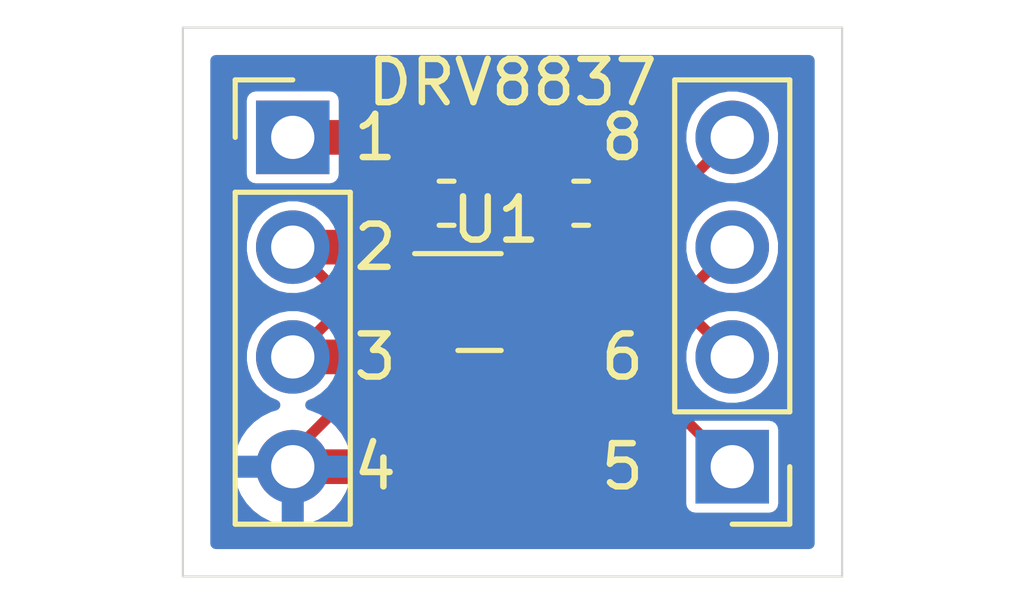
<source format=kicad_pcb>
(kicad_pcb (version 20190907) (host pcbnew "5.99.0-unknown-e6346c7~100~ubuntu18.04.1")

  (general
    (thickness 1.6)
    (drawings 12)
    (tracks 34)
    (modules 5)
    (nets 9)
  )

  (page "A4")
  (layers
    (0 "F.Cu" signal)
    (31 "B.Cu" signal hide)
    (32 "B.Adhes" user)
    (33 "F.Adhes" user)
    (34 "B.Paste" user)
    (35 "F.Paste" user)
    (36 "B.SilkS" user)
    (37 "F.SilkS" user)
    (38 "B.Mask" user)
    (39 "F.Mask" user)
    (40 "Dwgs.User" user)
    (41 "Cmts.User" user)
    (42 "Eco1.User" user)
    (43 "Eco2.User" user)
    (44 "Edge.Cuts" user)
    (45 "Margin" user)
    (46 "B.CrtYd" user)
    (47 "F.CrtYd" user)
    (48 "B.Fab" user)
    (49 "F.Fab" user)
  )

  (setup
    (stackup
      (layer "F.SilkS" (type "Top Silk Screen"))
      (layer "F.Paste" (type "Top Solder Paste"))
      (layer "F.Mask" (type "Top Solder Mask") (color "Green") (thickness 0.01))
      (layer "F.Cu" (type "copper") (thickness 0.035))
      (layer "dielectric 1" (type "core") (thickness 1.51) (material "FR4") (epsilon_r 4.5) (loss_tangent 0.02))
      (layer "B.Cu" (type "copper") (thickness 0.035))
      (layer "B.Mask" (type "Bottom Solder Mask") (color "Green") (thickness 0.01))
      (layer "B.Paste" (type "Bottom Solder Paste"))
      (layer "B.SilkS" (type "Bottom Silk Screen"))
      (copper_finish "None")
      (dielectric_constraints no)
    )
    (last_trace_width 0.25)
    (user_trace_width 0.8)
    (trace_clearance 0.2)
    (zone_clearance 0.21)
    (zone_45_only yes)
    (trace_min 0.2)
    (via_size 0.8)
    (via_drill 0.4)
    (via_min_size 0.4)
    (via_min_drill 0.3)
    (uvia_size 0.3)
    (uvia_drill 0.1)
    (uvias_allowed no)
    (uvia_min_size 0.2)
    (uvia_min_drill 0.1)
    (max_error 0.005)
    (defaults
      (edge_clearance 0.01)
      (edge_cuts_line_width 0.05)
      (courtyard_line_width 0.05)
      (copper_line_width 0.2)
      (copper_text_dims (size 1.5 1.5) (thickness 0.3))
      (silk_line_width 0.12)
      (silk_text_dims (size 1 1) (thickness 0.15))
      (other_layers_line_width 0.1)
      (other_layers_text_dims (size 1 1) (thickness 0.15))
    )
    (pad_size 1.524 1.524)
    (pad_drill 0.762)
    (pad_to_mask_clearance 0.051)
    (solder_mask_min_width 0.25)
    (aux_axis_origin 144.78 91.44)
    (visible_elements FFFDFF7F)
    (pcbplotparams
      (layerselection 0x010fc_ffffffff)
      (usegerberextensions false)
      (usegerberattributes false)
      (usegerberadvancedattributes false)
      (creategerberjobfile false)
      (excludeedgelayer true)
      (linewidth 0.100000)
      (plotframeref false)
      (viasonmask false)
      (mode 1)
      (useauxorigin false)
      (hpglpennumber 1)
      (hpglpenspeed 20)
      (hpglpendiameter 15.000000)
      (psnegative false)
      (psa4output false)
      (plotreference true)
      (plotvalue true)
      (plotinvisibletext false)
      (padsonsilk false)
      (subtractmaskfromsilk false)
      (outputformat 1)
      (mirror false)
      (drillshape 1)
      (scaleselection 1)
      (outputdirectory "")
    )
  )

  (net 0 "")
  (net 1 "GND")
  (net 2 "/VCC")
  (net 3 "/VM")
  (net 4 "/{slash}SLEEP")
  (net 5 "/IN1")
  (net 6 "/IN2")
  (net 7 "/OUT2")
  (net 8 "/OUT1")

  (net_class "Default" "This is the default net class."
    (clearance 0.2)
    (trace_width 0.25)
    (via_dia 0.8)
    (via_drill 0.4)
    (uvia_dia 0.3)
    (uvia_drill 0.1)
    (add_net "/IN1")
    (add_net "/IN2")
    (add_net "/OUT1")
    (add_net "/OUT2")
    (add_net "/VCC")
    (add_net "/VM")
    (add_net "/{slash}SLEEP")
    (add_net "GND")
  )

  (module "drv8837_breakout:WSON-8-1EP_2x2mm_P0.5mm_HAND1" (layer "F.Cu") (tedit 5E3AFA34) (tstamp 5E3CED09)
    (at 149.098 95.25)
    (descr "8-Lead Plastic WSON, 2x2mm Body, 0.5mm Pitch, WSON-8, http://www.ti.com/lit/ds/symlink/lm27761.pdf")
    (tags "WSON 8 1EP")
    (path "/5E3C9579")
    (attr smd)
    (fp_text reference "U1" (at 0.38 -1.9) (layer "F.SilkS")
      (effects (font (size 1 1) (thickness 0.15)))
    )
    (fp_text value "DRV8837" (at 0.01 2.14) (layer "F.Fab")
      (effects (font (size 1 1) (thickness 0.15)))
    )
    (fp_line (start -1.5 -1.12) (end 0.5 -1.12) (layer "F.SilkS") (width 0.12))
    (fp_line (start 0.5 1.12) (end -0.5 1.12) (layer "F.SilkS") (width 0.12))
    (fp_line (start -1.6 1.25) (end 1.6 1.25) (layer "F.CrtYd") (width 0.05))
    (fp_line (start -1.6 -1.25) (end 1.6 -1.25) (layer "F.CrtYd") (width 0.05))
    (fp_line (start 1.6 -1.25) (end 1.6 1.25) (layer "F.CrtYd") (width 0.05))
    (fp_line (start -1.6 -1.25) (end -1.6 1.25) (layer "F.CrtYd") (width 0.05))
    (fp_line (start -0.5 -1) (end 1 -1) (layer "F.Fab") (width 0.1))
    (fp_line (start 1 -1) (end 1 1) (layer "F.Fab") (width 0.1))
    (fp_line (start 1 1) (end -1 1) (layer "F.Fab") (width 0.1))
    (fp_line (start -1 1) (end -1 -0.5) (layer "F.Fab") (width 0.1))
    (fp_line (start -0.5 -1) (end -1 -0.5) (layer "F.Fab") (width 0.1))
    (fp_text user "%R" (at 0 0) (layer "F.Fab")
      (effects (font (size 0.7 0.7) (thickness 0.1)))
    )
    (pad "" smd rect (at 0 -0.4) (size 0.75 0.65) (layers "F.Paste"))
    (pad "" smd rect (at 0 0.4) (size 0.75 0.65) (layers "F.Paste"))
    (pad "6" smd rect (at 1.2 0.25) (size 1 0.25) (layers "F.Cu" "F.Paste" "F.Mask")
      (net 5 "/IN1"))
    (pad "5" smd rect (at 1.2 0.75) (size 1 0.25) (layers "F.Cu" "F.Paste" "F.Mask")
      (net 6 "/IN2"))
    (pad "4" smd rect (at -1.2 0.75) (size 1 0.25) (layers "F.Cu" "F.Paste" "F.Mask")
      (net 1 "GND"))
    (pad "2" smd rect (at -1.2 -0.25) (size 1 0.25) (layers "F.Cu" "F.Paste" "F.Mask")
      (net 8 "/OUT1"))
    (pad "1" smd rect (at -1.2 -0.75) (size 1 0.25) (layers "F.Cu" "F.Paste" "F.Mask")
      (net 3 "/VM"))
    (pad "9" smd rect (at 0 0) (size 0.9 1.6) (layers "F.Cu" "F.Mask")
      (net 1 "GND"))
    (pad "8" smd rect (at 1.2 -0.75) (size 1 0.25) (layers "F.Cu" "F.Paste" "F.Mask")
      (net 2 "/VCC"))
    (pad "7" smd rect (at 1.2 -0.25) (size 1 0.25) (layers "F.Cu" "F.Paste" "F.Mask")
      (net 4 "/{slash}SLEEP"))
    (pad "3" smd rect (at -1.2 0.25) (size 1 0.25) (layers "F.Cu" "F.Paste" "F.Mask")
      (net 7 "/OUT2"))
    (model "${KISYS3DMOD}/Package_SON.3dshapes/WSON-8-1EP_2x2mm_P0.5mm_EP0.9x1.6mm.wrl"
      (at (xyz 0 0 0))
      (scale (xyz 1 1 1))
      (rotate (xyz 0 0 0))
    )
  )

  (module "Connector_PinHeader_2.54mm:PinHeader_1x04_P2.54mm_Vertical" locked (layer "F.Cu") (tedit 59FED5CC) (tstamp 5E3CECEE)
    (at 144.78 91.44)
    (descr "Through hole straight pin header, 1x04, 2.54mm pitch, single row")
    (tags "Through hole pin header THT 1x04 2.54mm single row")
    (path "/5E3CB5F3")
    (fp_text reference "J2" (at 0 -2.33) (layer "F.SilkS") hide
      (effects (font (size 1 1) (thickness 0.15)))
    )
    (fp_text value "Conn_01x04_Male" (at 0 9.95) (layer "F.Fab")
      (effects (font (size 1 1) (thickness 0.15)))
    )
    (fp_line (start -0.635 -1.27) (end 1.27 -1.27) (layer "F.Fab") (width 0.1))
    (fp_line (start 1.27 -1.27) (end 1.27 8.89) (layer "F.Fab") (width 0.1))
    (fp_line (start 1.27 8.89) (end -1.27 8.89) (layer "F.Fab") (width 0.1))
    (fp_line (start -1.27 8.89) (end -1.27 -0.635) (layer "F.Fab") (width 0.1))
    (fp_line (start -1.27 -0.635) (end -0.635 -1.27) (layer "F.Fab") (width 0.1))
    (fp_line (start -1.33 8.95) (end 1.33 8.95) (layer "F.SilkS") (width 0.12))
    (fp_line (start -1.33 1.27) (end -1.33 8.95) (layer "F.SilkS") (width 0.12))
    (fp_line (start 1.33 1.27) (end 1.33 8.95) (layer "F.SilkS") (width 0.12))
    (fp_line (start -1.33 1.27) (end 1.33 1.27) (layer "F.SilkS") (width 0.12))
    (fp_line (start -1.33 0) (end -1.33 -1.33) (layer "F.SilkS") (width 0.12))
    (fp_line (start -1.33 -1.33) (end 0 -1.33) (layer "F.SilkS") (width 0.12))
    (fp_line (start -1.8 -1.8) (end -1.8 9.4) (layer "F.CrtYd") (width 0.05))
    (fp_line (start -1.8 9.4) (end 1.8 9.4) (layer "F.CrtYd") (width 0.05))
    (fp_line (start 1.8 9.4) (end 1.8 -1.8) (layer "F.CrtYd") (width 0.05))
    (fp_line (start 1.8 -1.8) (end -1.8 -1.8) (layer "F.CrtYd") (width 0.05))
    (fp_text user "%R" (at 0 3.81 90) (layer "F.Fab")
      (effects (font (size 1 1) (thickness 0.15)))
    )
    (pad "4" thru_hole oval (at 0 7.62) (size 1.7 1.7) (drill 1) (layers *.Cu *.Mask)
      (net 1 "GND"))
    (pad "3" thru_hole oval (at 0 5.08) (size 1.7 1.7) (drill 1) (layers *.Cu *.Mask)
      (net 7 "/OUT2"))
    (pad "2" thru_hole oval (at 0 2.54) (size 1.7 1.7) (drill 1) (layers *.Cu *.Mask)
      (net 8 "/OUT1"))
    (pad "1" thru_hole rect (at 0 0) (size 1.7 1.7) (drill 1) (layers *.Cu *.Mask)
      (net 3 "/VM"))
    (model "${KISYS3DMOD}/Connector_PinHeader_2.54mm.3dshapes/PinHeader_1x04_P2.54mm_Vertical.wrl"
      (at (xyz 0 0 0))
      (scale (xyz 1 1 1))
      (rotate (xyz 0 0 0))
    )
  )

  (module "Connector_PinHeader_2.54mm:PinHeader_1x04_P2.54mm_Vertical" locked (layer "F.Cu") (tedit 59FED5CC) (tstamp 5E3CECD6)
    (at 154.94 99.06 180)
    (descr "Through hole straight pin header, 1x04, 2.54mm pitch, single row")
    (tags "Through hole pin header THT 1x04 2.54mm single row")
    (path "/5E3CA6A8")
    (fp_text reference "J1" (at 0 -2.33) (layer "F.SilkS") hide
      (effects (font (size 1 1) (thickness 0.15)))
    )
    (fp_text value "Conn_01x04_Male" (at 0 9.95) (layer "F.Fab")
      (effects (font (size 1 1) (thickness 0.15)))
    )
    (fp_line (start -0.635 -1.27) (end 1.27 -1.27) (layer "F.Fab") (width 0.1))
    (fp_line (start 1.27 -1.27) (end 1.27 8.89) (layer "F.Fab") (width 0.1))
    (fp_line (start 1.27 8.89) (end -1.27 8.89) (layer "F.Fab") (width 0.1))
    (fp_line (start -1.27 8.89) (end -1.27 -0.635) (layer "F.Fab") (width 0.1))
    (fp_line (start -1.27 -0.635) (end -0.635 -1.27) (layer "F.Fab") (width 0.1))
    (fp_line (start -1.33 8.95) (end 1.33 8.95) (layer "F.SilkS") (width 0.12))
    (fp_line (start -1.33 1.27) (end -1.33 8.95) (layer "F.SilkS") (width 0.12))
    (fp_line (start 1.33 1.27) (end 1.33 8.95) (layer "F.SilkS") (width 0.12))
    (fp_line (start -1.33 1.27) (end 1.33 1.27) (layer "F.SilkS") (width 0.12))
    (fp_line (start -1.33 0) (end -1.33 -1.33) (layer "F.SilkS") (width 0.12))
    (fp_line (start -1.33 -1.33) (end 0 -1.33) (layer "F.SilkS") (width 0.12))
    (fp_line (start -1.8 -1.8) (end -1.8 9.4) (layer "F.CrtYd") (width 0.05))
    (fp_line (start -1.8 9.4) (end 1.8 9.4) (layer "F.CrtYd") (width 0.05))
    (fp_line (start 1.8 9.4) (end 1.8 -1.8) (layer "F.CrtYd") (width 0.05))
    (fp_line (start 1.8 -1.8) (end -1.8 -1.8) (layer "F.CrtYd") (width 0.05))
    (fp_text user "%R" (at 0 3.81 90) (layer "F.Fab")
      (effects (font (size 1 1) (thickness 0.15)))
    )
    (pad "4" thru_hole oval (at 0 7.62 180) (size 1.7 1.7) (drill 1) (layers *.Cu *.Mask)
      (net 2 "/VCC"))
    (pad "3" thru_hole oval (at 0 5.08 180) (size 1.7 1.7) (drill 1) (layers *.Cu *.Mask)
      (net 4 "/{slash}SLEEP"))
    (pad "2" thru_hole oval (at 0 2.54 180) (size 1.7 1.7) (drill 1) (layers *.Cu *.Mask)
      (net 5 "/IN1"))
    (pad "1" thru_hole rect (at 0 0 180) (size 1.7 1.7) (drill 1) (layers *.Cu *.Mask)
      (net 6 "/IN2"))
    (model "${KISYS3DMOD}/Connector_PinHeader_2.54mm.3dshapes/PinHeader_1x04_P2.54mm_Vertical.wrl"
      (at (xyz 0 0 0))
      (scale (xyz 1 1 1))
      (rotate (xyz 0 0 0))
    )
  )

  (module "Capacitor_SMD:C_0603_1608Metric_Pad1.05x0.95mm_HandSolder" (layer "F.Cu") (tedit 5B301BBE) (tstamp 5E3CECBE)
    (at 148.336 92.964)
    (descr "Capacitor SMD 0603 (1608 Metric), square (rectangular) end terminal, IPC_7351 nominal with elongated pad for handsoldering. (Body size source: http://www.tortai-tech.com/upload/download/2011102023233369053.pdf), generated with kicad-footprint-generator")
    (tags "capacitor handsolder")
    (path "/5E3D2069")
    (attr smd)
    (fp_text reference "C2" (at 0 -1.43) (layer "F.SilkS") hide
      (effects (font (size 1 1) (thickness 0.15)))
    )
    (fp_text value "0.1uF" (at 0 1.43) (layer "F.Fab")
      (effects (font (size 1 1) (thickness 0.15)))
    )
    (fp_line (start -0.8 0.4) (end -0.8 -0.4) (layer "F.Fab") (width 0.1))
    (fp_line (start -0.8 -0.4) (end 0.8 -0.4) (layer "F.Fab") (width 0.1))
    (fp_line (start 0.8 -0.4) (end 0.8 0.4) (layer "F.Fab") (width 0.1))
    (fp_line (start 0.8 0.4) (end -0.8 0.4) (layer "F.Fab") (width 0.1))
    (fp_line (start -0.171267 -0.51) (end 0.171267 -0.51) (layer "F.SilkS") (width 0.12))
    (fp_line (start -0.171267 0.51) (end 0.171267 0.51) (layer "F.SilkS") (width 0.12))
    (fp_line (start -1.65 0.73) (end -1.65 -0.73) (layer "F.CrtYd") (width 0.05))
    (fp_line (start -1.65 -0.73) (end 1.65 -0.73) (layer "F.CrtYd") (width 0.05))
    (fp_line (start 1.65 -0.73) (end 1.65 0.73) (layer "F.CrtYd") (width 0.05))
    (fp_line (start 1.65 0.73) (end -1.65 0.73) (layer "F.CrtYd") (width 0.05))
    (fp_text user "%R" (at 0 0) (layer "F.Fab")
      (effects (font (size 0.4 0.4) (thickness 0.06)))
    )
    (pad "2" smd roundrect (at 0.875 0) (size 1.05 0.95) (layers "F.Cu" "F.Paste" "F.Mask") (roundrect_rratio 0.25)
      (net 1 "GND"))
    (pad "1" smd roundrect (at -0.875 0) (size 1.05 0.95) (layers "F.Cu" "F.Paste" "F.Mask") (roundrect_rratio 0.25)
      (net 3 "/VM"))
    (model "${KISYS3DMOD}/Capacitor_SMD.3dshapes/C_0603_1608Metric.wrl"
      (at (xyz 0 0 0))
      (scale (xyz 1 1 1))
      (rotate (xyz 0 0 0))
    )
  )

  (module "Capacitor_SMD:C_0603_1608Metric_Pad1.05x0.95mm_HandSolder" (layer "F.Cu") (tedit 5B301BBE) (tstamp 5E3CECAD)
    (at 151.4475 92.964 180)
    (descr "Capacitor SMD 0603 (1608 Metric), square (rectangular) end terminal, IPC_7351 nominal with elongated pad for handsoldering. (Body size source: http://www.tortai-tech.com/upload/download/2011102023233369053.pdf), generated with kicad-footprint-generator")
    (tags "capacitor handsolder")
    (path "/5E3D6CC0")
    (attr smd)
    (fp_text reference "C1" (at 0 1.3335) (layer "F.SilkS") hide
      (effects (font (size 1 1) (thickness 0.15)))
    )
    (fp_text value "0.1uF" (at 0 1.43) (layer "F.Fab")
      (effects (font (size 1 1) (thickness 0.15)))
    )
    (fp_line (start -0.8 0.4) (end -0.8 -0.4) (layer "F.Fab") (width 0.1))
    (fp_line (start -0.8 -0.4) (end 0.8 -0.4) (layer "F.Fab") (width 0.1))
    (fp_line (start 0.8 -0.4) (end 0.8 0.4) (layer "F.Fab") (width 0.1))
    (fp_line (start 0.8 0.4) (end -0.8 0.4) (layer "F.Fab") (width 0.1))
    (fp_line (start -0.171267 -0.51) (end 0.171267 -0.51) (layer "F.SilkS") (width 0.12))
    (fp_line (start -0.171267 0.51) (end 0.171267 0.51) (layer "F.SilkS") (width 0.12))
    (fp_line (start -1.65 0.73) (end -1.65 -0.73) (layer "F.CrtYd") (width 0.05))
    (fp_line (start -1.65 -0.73) (end 1.65 -0.73) (layer "F.CrtYd") (width 0.05))
    (fp_line (start 1.65 -0.73) (end 1.65 0.73) (layer "F.CrtYd") (width 0.05))
    (fp_line (start 1.65 0.73) (end -1.65 0.73) (layer "F.CrtYd") (width 0.05))
    (fp_text user "%R" (at 0 0) (layer "F.Fab")
      (effects (font (size 0.4 0.4) (thickness 0.06)))
    )
    (pad "2" smd roundrect (at 0.875 0 180) (size 1.05 0.95) (layers "F.Cu" "F.Paste" "F.Mask") (roundrect_rratio 0.25)
      (net 1 "GND"))
    (pad "1" smd roundrect (at -0.875 0 180) (size 1.05 0.95) (layers "F.Cu" "F.Paste" "F.Mask") (roundrect_rratio 0.25)
      (net 2 "/VCC"))
    (model "${KISYS3DMOD}/Capacitor_SMD.3dshapes/C_0603_1608Metric.wrl"
      (at (xyz 0 0 0))
      (scale (xyz 1 1 1))
      (rotate (xyz 0 0 0))
    )
  )

  (gr_text "8" (at 152.4 91.44) (layer "F.SilkS")
    (effects (font (size 1 1) (thickness 0.15)))
  )
  (gr_text "6" (at 152.4 96.52) (layer "F.SilkS")
    (effects (font (size 1 1) (thickness 0.15)))
  )
  (gr_text "5" (at 152.4 99.06) (layer "F.SilkS")
    (effects (font (size 1 1) (thickness 0.15)))
  )
  (gr_text "4" (at 146.685 99.06) (layer "F.SilkS")
    (effects (font (size 1 1) (thickness 0.15)))
  )
  (gr_text "3" (at 146.685 96.52) (layer "F.SilkS")
    (effects (font (size 1 1) (thickness 0.15)))
  )
  (gr_text "2" (at 146.685 93.98) (layer "F.SilkS")
    (effects (font (size 1 1) (thickness 0.15)))
  )
  (gr_text "1" (at 146.685 91.44) (layer "F.SilkS")
    (effects (font (size 1 1) (thickness 0.15)))
  )
  (gr_text "DRV8837" (at 149.86 90.17) (layer "F.SilkS")
    (effects (font (size 1 1) (thickness 0.15)))
  )
  (gr_line (start 142.24 101.6) (end 142.24 88.9) (layer "Edge.Cuts") (width 0.05))
  (gr_line (start 157.48 101.6) (end 142.24 101.6) (layer "Edge.Cuts") (width 0.05))
  (gr_line (start 157.48 88.9) (end 157.48 101.6) (layer "Edge.Cuts") (width 0.05))
  (gr_line (start 142.24 88.9) (end 157.48 88.9) (layer "Edge.Cuts") (width 0.05))

  (segment (start 152.3225 92.964) (end 153.416 92.964) (width 0.25) (layer "F.Cu") (net 2))
  (segment (start 153.416 92.964) (end 154.94 91.44) (width 0.25) (layer "F.Cu") (net 2))
  (segment (start 151.88 94.5) (end 152.3225 94.0575) (width 0.25) (layer "F.Cu") (net 2))
  (segment (start 152.3225 94.0575) (end 152.3225 92.964) (width 0.25) (layer "F.Cu") (net 2))
  (segment (start 151.88 94.5) (end 150.048 94.5) (width 0.25) (layer "F.Cu") (net 2))
  (segment (start 153.92 95) (end 150.048 95) (width 0.25) (layer "F.Cu") (net 4))
  (segment (start 153.92 95.5) (end 150.5545 95.5) (width 0.25) (layer "F.Cu") (net 5))
  (segment (start 150.5545 95.5) (end 150.048 95.5) (width 0.25) (layer "F.Cu") (net 5))
  (segment (start 150.048 96) (end 151.88 96) (width 0.25) (layer "F.Cu") (net 6))
  (segment (start 151.88 96) (end 154.94 99.06) (width 0.25) (layer "F.Cu") (net 6))
  (segment (start 149.211 92.964) (end 150.5725 92.964) (width 0.8) (layer "F.Cu") (net 1))
  (segment (start 149.098 95.25) (end 149.098 93.726) (width 0.8) (layer "F.Cu") (net 1))
  (segment (start 149.098 93.077) (end 149.211 92.964) (width 0.8) (layer "F.Cu") (net 1))
  (segment (start 148.148 94.5) (end 148.148 93.708) (width 0.25) (layer "F.Cu") (net 3))
  (segment (start 148.148 93.708) (end 145.88 91.44) (width 0.25) (layer "F.Cu") (net 3))
  (segment (start 145.88 91.44) (end 144.78 91.44) (width 0.25) (layer "F.Cu") (net 3))
  (segment (start 148.148 96) (end 148.648 96) (width 0.25) (layer "F.Cu") (net 1))
  (segment (start 148.648 96) (end 149.098 95.55) (width 0.25) (layer "F.Cu") (net 1))
  (segment (start 149.098 95.55) (end 149.098 95.25) (width 0.25) (layer "F.Cu") (net 1))
  (segment (start 147.515 96) (end 144.78 98.735) (width 0.25) (layer "F.Cu") (net 1))
  (segment (start 148.148 96) (end 147.515 96) (width 0.25) (layer "F.Cu") (net 1))
  (segment (start 144.78 98.735) (end 144.78 99.06) (width 0.25) (layer "F.Cu") (net 1))
  (segment (start 148.148 95.5) (end 145.8 95.5) (width 0.25) (layer "F.Cu") (net 7))
  (segment (start 145.8 95.5) (end 144.78 96.52) (width 0.25) (layer "F.Cu") (net 7))
  (segment (start 147.574 94.996) (end 145.8 95) (width 0.25) (layer "F.Cu") (net 8))
  (segment (start 147.64 95) (end 147.574 94.996) (width 0.25) (layer "F.Cu") (net 8))
  (segment (start 148.148 95) (end 147.578 95) (width 0.25) (layer "F.Cu") (net 8))
  (segment (start 147.578 95) (end 147.574 94.996) (width 0.25) (layer "F.Cu") (net 8))
  (segment (start 153.92 95.5) (end 154.94 96.52) (width 0.25) (layer "F.Cu") (net 5))
  (segment (start 153.92 95) (end 154.94 93.98) (width 0.25) (layer "F.Cu") (net 4))
  (segment (start 151.88 94.5) (end 154.94 91.44) (width 0.25) (layer "F.Cu") (net 2))
  (segment (start 144.78 91.765) (end 144.78 91.44) (width 0.25) (layer "F.Cu") (net 3))
  (segment (start 145.8 95) (end 144.78 93.98) (width 0.25) (layer "F.Cu") (net 8))
  (segment (start 149.098 93.726) (end 149.098 93.077) (width 0.8) (layer "F.Cu") (net 1) (tstamp 5E3D2A22))

  (zone (net 3) (net_name "/VM") (layer "F.Cu") (tstamp 0) (hatch edge 0.508)
    (connect_pads thru_hole_only (clearance 0.21))
    (min_thickness 0.254)
    (fill yes (thermal_gap 0.508) (thermal_bridge_width 0.8))
    (polygon
      (pts
        (xy 148.082 92.2655) (xy 148.082 93.472) (xy 148.097875 93.726) (xy 148.066125 94.64675) (xy 147.3835 94.615)
        (xy 145.796 92.6465) (xy 143.4465 92.630625) (xy 143.4465 89.868375) (xy 145.8595 89.916)
      )
    )
    (filled_polygon
      (pts
        (xy 147.956 92.315653) (xy 147.956 93.475934) (xy 147.971739 93.727769) (xy 147.944595 94.514961) (xy 147.445989 94.49177)
        (xy 146.052147 92.763406) (xy 146.123165 92.703815) (xy 146.234956 92.510186) (xy 146.271837 92.301024) (xy 146.271837 91.714)
        (xy 144.506 91.714) (xy 144.506 91.166) (xy 146.271837 91.166) (xy 146.271837 90.573412) (xy 146.257571 90.52017)
      )
    )
  )
  (zone (net 8) (net_name "/OUT1") (layer "F.Cu") (tstamp 0) (hatch edge 0.508)
    (connect_pads thru_hole_only (clearance 0.21))
    (min_thickness 0.254)
    (fill yes (thermal_gap 0.508) (thermal_bridge_width 0.8))
    (polygon
      (pts
        (xy 147.32 94.869) (xy 147.8915 94.869) (xy 147.8915 95.1865) (xy 143.1925 95.1865) (xy 143.1925 92.964)
        (xy 145.542 92.964)
      )
    )
    (filled_polygon
      (pts
        (xy 146.085887 93.731402) (xy 146.771487 94.465973) (xy 147.265247 94.995) (xy 147.7655 94.995) (xy 147.7655 95.034886)
        (xy 147.38559 95.034886) (xy 147.364907 95.039) (xy 145.825572 95.039) (xy 145.836807 95.029455) (xy 145.998521 94.836391)
        (xy 146.125393 94.61884) (xy 146.262163 94.254) (xy 144.506 94.254) (xy 144.506 93.706) (xy 146.062178 93.706)
      )
    )
  )
  (zone (net 7) (net_name "/OUT2") (layer "F.Cu") (tstamp 0) (hatch edge 0.508)
    (connect_pads thru_hole_only (clearance 0.21))
    (min_thickness 0.254)
    (fill yes (thermal_gap 0.508) (thermal_bridge_width 0.8))
    (polygon
      (pts
        (xy 147.8915 95.6945) (xy 147.3835 95.6945) (xy 145.2245 97.79) (xy 143.1925 97.79) (xy 143.1925 95.3135)
        (xy 147.8915 95.3135)
      )
    )
    (filled_polygon
      (pts
        (xy 147.602664 95.470652) (xy 147.636358 95.461624) (xy 147.660476 95.463086) (xy 147.674384 95.461) (xy 147.7655 95.461)
        (xy 147.7655 95.539) (xy 147.527057 95.539) (xy 147.434301 95.534139) (xy 147.394853 95.554239) (xy 147.323306 95.569446)
        (xy 147.164757 95.684639) (xy 147.146108 95.71694) (xy 146.069048 96.794) (xy 144.506 96.794) (xy 144.506 96.246)
        (xy 146.256655 96.246) (xy 146.138477 95.909476) (xy 146.016188 95.689315) (xy 145.858554 95.492907) (xy 145.831406 95.468846)
        (xy 145.861197 95.460863) (xy 147.517277 95.457129)
      )
    )
  )
  (zone (net 1) (net_name "GND") (layer "F.Cu") (tstamp 0) (hatch edge 0.508)
    (connect_pads thru_hole_only (clearance 0.21))
    (min_thickness 0.254)
    (fill yes (thermal_gap 0.508) (thermal_bridge_width 0.8))
    (polygon
      (pts
        (xy 149.606 100.584) (xy 142.71625 100.584) (xy 147.47875 95.8215) (xy 149.606 95.8215)
      )
    )
    (filled_polygon
      (pts
        (xy 149.457886 96.13741) (xy 149.48 96.248585) (xy 149.48 100.458) (xy 145.279079 100.458) (xy 145.428216 100.400901)
        (xy 145.644877 100.272512) (xy 145.836807 100.109455) (xy 145.998521 99.916391) (xy 146.125393 99.69884) (xy 146.262163 99.334)
        (xy 144.506 99.334) (xy 144.506 98.97244) (xy 144.69244 98.786) (xy 146.256655 98.786) (xy 146.138477 98.449476)
        (xy 146.016188 98.229315) (xy 145.858554 98.032907) (xy 145.67008 97.865866) (xy 145.634609 97.843831) (xy 147.51744 95.961)
        (xy 147.864907 95.961) (xy 147.88559 95.965114) (xy 148.41041 95.965114) (xy 148.498963 95.9475) (xy 149.457886 95.9475)
      )
    )
  )
  (zone (net 1) (net_name "GND") (layer "B.Cu") (tstamp 0) (hatch edge 0.508)
    (connect_pads (clearance 0.21))
    (min_thickness 0.254)
    (fill yes (thermal_gap 0.508) (thermal_bridge_width 0.508))
    (polygon
      (pts
        (xy 156.845 100.965) (xy 142.875 100.965) (xy 142.875 89.535) (xy 156.845 89.535)
      )
    )
    (filled_polygon
      (pts
        (xy 156.719 100.839) (xy 143.001 100.839) (xy 143.001 99.188) (xy 143.282668 99.188) (xy 143.370096 99.53997)
        (xy 143.471123 99.770662) (xy 143.609575 99.981033) (xy 143.781493 100.165071) (xy 143.98196 100.31751) (xy 144.205246 100.433992)
        (xy 144.444966 100.51119) (xy 144.652 100.540839) (xy 144.652 99.188) (xy 144.908 99.188) (xy 144.908 100.547642)
        (xy 145.193022 100.490948) (xy 145.428216 100.400901) (xy 145.644877 100.272512) (xy 145.836807 100.109455) (xy 145.998521 99.916391)
        (xy 146.125393 99.69884) (xy 146.213796 99.463022) (xy 146.266508 99.188) (xy 144.908 99.188) (xy 144.652 99.188)
        (xy 143.282668 99.188) (xy 143.001 99.188) (xy 143.001 98.932) (xy 143.277193 98.932) (xy 146.263565 98.932)
        (xy 146.221922 98.687094) (xy 146.138477 98.449476) (xy 146.016188 98.229315) (xy 145.990727 98.19759) (xy 153.749886 98.19759)
        (xy 153.749886 99.92241) (xy 153.773495 100.041101) (xy 153.847758 100.152242) (xy 153.958899 100.226505) (xy 154.07759 100.250114)
        (xy 155.80241 100.250114) (xy 155.921101 100.226505) (xy 156.032242 100.152242) (xy 156.106505 100.041101) (xy 156.130114 99.92241)
        (xy 156.130114 98.19759) (xy 156.106505 98.078899) (xy 156.032242 97.967758) (xy 155.921101 97.893495) (xy 155.80241 97.869886)
        (xy 154.07759 97.869886) (xy 153.958899 97.893495) (xy 153.847758 97.967758) (xy 153.773495 98.078899) (xy 153.749886 98.19759)
        (xy 145.990727 98.19759) (xy 145.858554 98.032907) (xy 145.67008 97.865866) (xy 145.456156 97.732969) (xy 145.222899 97.638016)
        (xy 145.193872 97.631607) (xy 145.317325 97.583723) (xy 145.513703 97.459098) (xy 145.682136 97.298703) (xy 145.816205 97.108646)
        (xy 145.910806 96.89617) (xy 145.962532 96.668497) (xy 145.963213 96.619722) (xy 153.752448 96.619722) (xy 153.794433 96.848486)
        (xy 153.880054 97.064739) (xy 154.006047 97.260242) (xy 154.167614 97.42755) (xy 154.358602 97.56029) (xy 154.571734 97.653405)
        (xy 154.798895 97.703349) (xy 155.031429 97.70822) (xy 155.260481 97.667831) (xy 155.477325 97.583723) (xy 155.673703 97.459098)
        (xy 155.842136 97.298703) (xy 155.976205 97.108646) (xy 156.070806 96.89617) (xy 156.122532 96.668497) (xy 156.126218 96.40458)
        (xy 156.080869 96.175551) (xy 155.992237 95.960516) (xy 155.863526 95.76679) (xy 155.699639 95.601755) (xy 155.506817 95.471695)
        (xy 155.292405 95.381564) (xy 155.06457 95.334796) (xy 154.831991 95.333173) (xy 154.603524 95.376755) (xy 154.387875 95.463883)
        (xy 154.193256 95.591238) (xy 154.027081 95.753969) (xy 153.895677 95.945879) (xy 153.804052 96.159656) (xy 153.755695 96.387159)
        (xy 153.752448 96.619722) (xy 145.963213 96.619722) (xy 145.966218 96.40458) (xy 145.920869 96.175551) (xy 145.832237 95.960516)
        (xy 145.703526 95.76679) (xy 145.539639 95.601755) (xy 145.346817 95.471695) (xy 145.132405 95.381564) (xy 144.90457 95.334796)
        (xy 144.671991 95.333173) (xy 144.443524 95.376755) (xy 144.227875 95.463883) (xy 144.033256 95.591238) (xy 143.867081 95.753969)
        (xy 143.735677 95.945879) (xy 143.644052 96.159656) (xy 143.595695 96.387159) (xy 143.592448 96.619722) (xy 143.634433 96.848486)
        (xy 143.720054 97.064739) (xy 143.846047 97.260242) (xy 144.007614 97.42755) (xy 144.198602 97.56029) (xy 144.367923 97.634265)
        (xy 144.234147 97.674272) (xy 144.00847 97.786053) (xy 143.804854 97.934261) (xy 143.62912 98.114656) (xy 143.486293 98.322083)
        (xy 143.380457 98.550609) (xy 143.277193 98.932) (xy 143.001 98.932) (xy 143.001 94.079722) (xy 143.592448 94.079722)
        (xy 143.634433 94.308486) (xy 143.720054 94.524739) (xy 143.846047 94.720242) (xy 144.007614 94.88755) (xy 144.198602 95.02029)
        (xy 144.411734 95.113405) (xy 144.638895 95.163349) (xy 144.871429 95.16822) (xy 145.100481 95.127831) (xy 145.317325 95.043723)
        (xy 145.513703 94.919098) (xy 145.682136 94.758703) (xy 145.816205 94.568646) (xy 145.910806 94.35617) (xy 145.962532 94.128497)
        (xy 145.963213 94.079722) (xy 153.752448 94.079722) (xy 153.794433 94.308486) (xy 153.880054 94.524739) (xy 154.006047 94.720242)
        (xy 154.167614 94.88755) (xy 154.358602 95.02029) (xy 154.571734 95.113405) (xy 154.798895 95.163349) (xy 155.031429 95.16822)
        (xy 155.260481 95.127831) (xy 155.477325 95.043723) (xy 155.673703 94.919098) (xy 155.842136 94.758703) (xy 155.976205 94.568646)
        (xy 156.070806 94.35617) (xy 156.122532 94.128497) (xy 156.126218 93.86458) (xy 156.080869 93.635551) (xy 155.992237 93.420516)
        (xy 155.863526 93.22679) (xy 155.699639 93.061755) (xy 155.506817 92.931695) (xy 155.292405 92.841564) (xy 155.06457 92.794796)
        (xy 154.831991 92.793173) (xy 154.603524 92.836755) (xy 154.387875 92.923883) (xy 154.193256 93.051238) (xy 154.027081 93.213969)
        (xy 153.895677 93.405879) (xy 153.804052 93.619656) (xy 153.755695 93.847159) (xy 153.752448 94.079722) (xy 145.963213 94.079722)
        (xy 145.966218 93.86458) (xy 145.920869 93.635551) (xy 145.832237 93.420516) (xy 145.703526 93.22679) (xy 145.539639 93.061755)
        (xy 145.346817 92.931695) (xy 145.132405 92.841564) (xy 144.90457 92.794796) (xy 144.671991 92.793173) (xy 144.443524 92.836755)
        (xy 144.227875 92.923883) (xy 144.033256 93.051238) (xy 143.867081 93.213969) (xy 143.735677 93.405879) (xy 143.644052 93.619656)
        (xy 143.595695 93.847159) (xy 143.592448 94.079722) (xy 143.001 94.079722) (xy 143.001 90.57759) (xy 143.589886 90.57759)
        (xy 143.589886 92.30241) (xy 143.613495 92.421101) (xy 143.687758 92.532242) (xy 143.798899 92.606505) (xy 143.91759 92.630114)
        (xy 145.64241 92.630114) (xy 145.761101 92.606505) (xy 145.872242 92.532242) (xy 145.946505 92.421101) (xy 145.970114 92.30241)
        (xy 145.970114 91.539722) (xy 153.752448 91.539722) (xy 153.794433 91.768486) (xy 153.880054 91.984739) (xy 154.006047 92.180242)
        (xy 154.167614 92.34755) (xy 154.358602 92.48029) (xy 154.571734 92.573405) (xy 154.798895 92.623349) (xy 155.031429 92.62822)
        (xy 155.260481 92.587831) (xy 155.477325 92.503723) (xy 155.673703 92.379098) (xy 155.842136 92.218703) (xy 155.976205 92.028646)
        (xy 156.070806 91.81617) (xy 156.122532 91.588497) (xy 156.126218 91.32458) (xy 156.080869 91.095551) (xy 155.992237 90.880516)
        (xy 155.863526 90.68679) (xy 155.699639 90.521755) (xy 155.506817 90.391695) (xy 155.292405 90.301564) (xy 155.06457 90.254796)
        (xy 154.831991 90.253173) (xy 154.603524 90.296755) (xy 154.387875 90.383883) (xy 154.193256 90.511238) (xy 154.027081 90.673969)
        (xy 153.895677 90.865879) (xy 153.804052 91.079656) (xy 153.755695 91.307159) (xy 153.752448 91.539722) (xy 145.970114 91.539722)
        (xy 145.970114 90.57759) (xy 145.946505 90.458899) (xy 145.872242 90.347758) (xy 145.761101 90.273495) (xy 145.64241 90.249886)
        (xy 143.91759 90.249886) (xy 143.798899 90.273495) (xy 143.687758 90.347758) (xy 143.613495 90.458899) (xy 143.589886 90.57759)
        (xy 143.001 90.57759) (xy 143.001 89.661) (xy 156.719 89.661)
      )
    )
  )
)

</source>
